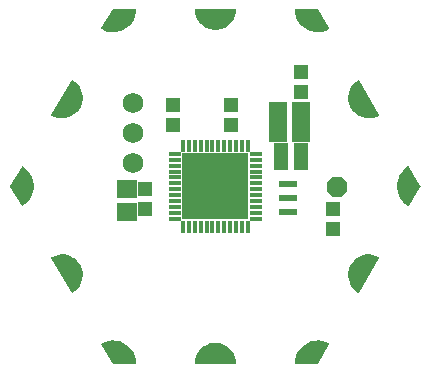
<source format=gbr>
G04 EAGLE Gerber RS-274X export*
G75*
%MOMM*%
%FSLAX34Y34*%
%LPD*%
%INSoldermask Bottom*%
%IPPOS*%
%AMOC8*
5,1,8,0,0,1.08239X$1,22.5*%
G01*
%ADD10R,1.503200X1.703200*%
%ADD11R,1.203200X1.303200*%
%ADD12R,1.703200X1.503200*%
%ADD13R,1.303200X1.203200*%
%ADD14P,1.869504X8X22.500000*%
%ADD15C,1.727200*%
%ADD16C,1.203200*%
%ADD17R,1.016000X0.457200*%
%ADD18R,0.457200X1.016000*%
%ADD19R,5.588000X5.588000*%
%ADD20R,1.603197X0.603200*%

G36*
X839354Y395607D02*
X839354Y395607D01*
X839383Y395604D01*
X839450Y395626D01*
X839520Y395640D01*
X839544Y395657D01*
X839572Y395666D01*
X839625Y395713D01*
X839684Y395753D01*
X839700Y395777D01*
X839722Y395797D01*
X839753Y395861D01*
X839791Y395920D01*
X839796Y395949D01*
X839808Y395975D01*
X839817Y396075D01*
X839824Y396117D01*
X839821Y396127D01*
X839823Y396141D01*
X839591Y398939D01*
X839581Y398973D01*
X839577Y399021D01*
X838888Y401742D01*
X838873Y401774D01*
X838861Y401820D01*
X837733Y404392D01*
X837713Y404420D01*
X837694Y404464D01*
X836158Y406815D01*
X836134Y406839D01*
X836108Y406880D01*
X834206Y408945D01*
X834178Y408966D01*
X834145Y409001D01*
X831930Y410726D01*
X831899Y410741D01*
X831861Y410771D01*
X829391Y412107D01*
X829358Y412117D01*
X829316Y412140D01*
X828130Y412548D01*
X826676Y413047D01*
X826660Y413052D01*
X826626Y413057D01*
X826580Y413072D01*
X823811Y413534D01*
X823776Y413533D01*
X823729Y413541D01*
X820921Y413541D01*
X820887Y413534D01*
X820839Y413534D01*
X818070Y413072D01*
X818037Y413060D01*
X817990Y413052D01*
X815334Y412140D01*
X815304Y412123D01*
X815259Y412107D01*
X812789Y410771D01*
X812763Y410749D01*
X812720Y410726D01*
X810505Y409001D01*
X810482Y408975D01*
X810444Y408945D01*
X808542Y406880D01*
X808524Y406850D01*
X808492Y406815D01*
X806956Y404464D01*
X806943Y404432D01*
X806917Y404392D01*
X805789Y401820D01*
X805782Y401787D01*
X805779Y401780D01*
X805773Y401771D01*
X805772Y401765D01*
X805762Y401742D01*
X805073Y399021D01*
X805071Y398986D01*
X805059Y398939D01*
X804827Y396141D01*
X804831Y396112D01*
X804826Y396083D01*
X804843Y396014D01*
X804851Y395944D01*
X804865Y395918D01*
X804872Y395890D01*
X804914Y395833D01*
X804949Y395771D01*
X804973Y395753D01*
X804990Y395730D01*
X805051Y395694D01*
X805108Y395651D01*
X805136Y395643D01*
X805161Y395628D01*
X805259Y395612D01*
X805300Y395601D01*
X805311Y395603D01*
X805325Y395601D01*
X839325Y395601D01*
X839354Y395607D01*
G37*
G36*
X823763Y678666D02*
X823763Y678666D01*
X823811Y678666D01*
X826580Y679128D01*
X826613Y679140D01*
X826660Y679148D01*
X829316Y680060D01*
X829346Y680077D01*
X829391Y680093D01*
X831861Y681429D01*
X831887Y681451D01*
X831930Y681474D01*
X834145Y683199D01*
X834168Y683225D01*
X834206Y683255D01*
X836108Y685320D01*
X836126Y685350D01*
X836158Y685385D01*
X837694Y687736D01*
X837707Y687768D01*
X837733Y687808D01*
X838861Y690380D01*
X838868Y690413D01*
X838888Y690458D01*
X839577Y693179D01*
X839579Y693214D01*
X839591Y693261D01*
X839823Y696059D01*
X839819Y696088D01*
X839824Y696117D01*
X839808Y696186D01*
X839799Y696256D01*
X839785Y696282D01*
X839778Y696310D01*
X839736Y696367D01*
X839701Y696429D01*
X839677Y696447D01*
X839660Y696470D01*
X839599Y696506D01*
X839542Y696549D01*
X839514Y696557D01*
X839489Y696572D01*
X839391Y696588D01*
X839350Y696599D01*
X839339Y696597D01*
X839325Y696599D01*
X805325Y696599D01*
X805296Y696593D01*
X805267Y696596D01*
X805200Y696574D01*
X805130Y696560D01*
X805106Y696543D01*
X805078Y696534D01*
X805025Y696487D01*
X804966Y696447D01*
X804951Y696423D01*
X804929Y696403D01*
X804897Y696339D01*
X804859Y696280D01*
X804854Y696251D01*
X804842Y696225D01*
X804833Y696125D01*
X804826Y696083D01*
X804829Y696073D01*
X804827Y696059D01*
X805059Y693261D01*
X805069Y693227D01*
X805073Y693179D01*
X805762Y690458D01*
X805777Y690426D01*
X805789Y690380D01*
X806917Y687808D01*
X806937Y687780D01*
X806956Y687736D01*
X808492Y685385D01*
X808516Y685361D01*
X808542Y685320D01*
X810444Y683255D01*
X810472Y683234D01*
X810505Y683199D01*
X812720Y681474D01*
X812751Y681459D01*
X812789Y681429D01*
X815259Y680093D01*
X815292Y680083D01*
X815334Y680060D01*
X817990Y679148D01*
X818024Y679144D01*
X818070Y679128D01*
X820839Y678666D01*
X820874Y678667D01*
X820921Y678659D01*
X823729Y678659D01*
X823763Y678666D01*
G37*
G36*
X700932Y455910D02*
X700932Y455910D01*
X701003Y455907D01*
X701030Y455917D01*
X701059Y455919D01*
X701149Y455961D01*
X701189Y455976D01*
X701197Y455984D01*
X701210Y455990D01*
X703513Y457589D01*
X703537Y457615D01*
X703577Y457642D01*
X705586Y459599D01*
X705605Y459628D01*
X705640Y459661D01*
X707299Y461922D01*
X707314Y461953D01*
X707343Y461992D01*
X708607Y464495D01*
X708616Y464529D01*
X708638Y464572D01*
X709474Y467249D01*
X709477Y467283D01*
X709492Y467329D01*
X709875Y470108D01*
X709873Y470142D01*
X709879Y470190D01*
X709800Y472993D01*
X709792Y473027D01*
X709791Y473075D01*
X709252Y475827D01*
X709238Y475859D01*
X709229Y475907D01*
X708244Y478532D01*
X708229Y478557D01*
X708224Y478577D01*
X708216Y478588D01*
X708209Y478607D01*
X706805Y481035D01*
X706782Y481061D01*
X706758Y481103D01*
X704974Y483266D01*
X704947Y483288D01*
X704916Y483325D01*
X702800Y485166D01*
X702770Y485183D01*
X702734Y485215D01*
X700343Y486682D01*
X700311Y486693D01*
X700270Y486719D01*
X697671Y487772D01*
X697637Y487779D01*
X697592Y487797D01*
X694855Y488408D01*
X694820Y488409D01*
X694773Y488420D01*
X691973Y488572D01*
X691939Y488567D01*
X691891Y488570D01*
X689103Y488260D01*
X689070Y488249D01*
X689022Y488244D01*
X686324Y487479D01*
X686294Y487463D01*
X686247Y487450D01*
X683712Y486251D01*
X683688Y486234D01*
X683661Y486224D01*
X683609Y486175D01*
X683552Y486132D01*
X683538Y486107D01*
X683517Y486087D01*
X683488Y486022D01*
X683452Y485961D01*
X683449Y485932D01*
X683437Y485905D01*
X683436Y485834D01*
X683427Y485763D01*
X683435Y485735D01*
X683435Y485706D01*
X683469Y485613D01*
X683481Y485572D01*
X683488Y485563D01*
X683493Y485550D01*
X700493Y456150D01*
X700512Y456128D01*
X700525Y456102D01*
X700578Y456054D01*
X700625Y456001D01*
X700651Y455989D01*
X700673Y455969D01*
X700740Y455946D01*
X700804Y455916D01*
X700833Y455914D01*
X700861Y455905D01*
X700932Y455910D01*
G37*
G36*
X952711Y603633D02*
X952711Y603633D01*
X952759Y603630D01*
X955547Y603940D01*
X955580Y603951D01*
X955628Y603956D01*
X958326Y604721D01*
X958356Y604737D01*
X958403Y604750D01*
X960938Y605949D01*
X960962Y605966D01*
X960989Y605976D01*
X961041Y606025D01*
X961098Y606068D01*
X961112Y606093D01*
X961134Y606113D01*
X961162Y606178D01*
X961198Y606240D01*
X961201Y606268D01*
X961213Y606295D01*
X961214Y606366D01*
X961223Y606437D01*
X961215Y606465D01*
X961215Y606494D01*
X961181Y606587D01*
X961169Y606628D01*
X961162Y606637D01*
X961157Y606650D01*
X944157Y636050D01*
X944138Y636072D01*
X944125Y636098D01*
X944072Y636146D01*
X944025Y636199D01*
X943999Y636211D01*
X943977Y636231D01*
X943910Y636254D01*
X943846Y636284D01*
X943817Y636286D01*
X943789Y636295D01*
X943718Y636290D01*
X943647Y636293D01*
X943620Y636283D01*
X943591Y636281D01*
X943501Y636239D01*
X943461Y636224D01*
X943453Y636216D01*
X943440Y636210D01*
X941137Y634611D01*
X941113Y634586D01*
X941073Y634558D01*
X939064Y632601D01*
X939045Y632572D01*
X939010Y632539D01*
X937351Y630278D01*
X937336Y630247D01*
X937307Y630208D01*
X936043Y627705D01*
X936034Y627671D01*
X936012Y627628D01*
X935176Y624951D01*
X935173Y624917D01*
X935158Y624871D01*
X934775Y622092D01*
X934777Y622058D01*
X934771Y622010D01*
X934850Y619207D01*
X934858Y619173D01*
X934859Y619125D01*
X935398Y616373D01*
X935412Y616341D01*
X935421Y616293D01*
X936406Y613668D01*
X936424Y613638D01*
X936441Y613593D01*
X937845Y611165D01*
X937868Y611139D01*
X937892Y611098D01*
X939676Y608934D01*
X939703Y608912D01*
X939734Y608875D01*
X941850Y607034D01*
X941880Y607017D01*
X941916Y606986D01*
X944307Y605518D01*
X944339Y605507D01*
X944380Y605481D01*
X946979Y604428D01*
X947013Y604421D01*
X947058Y604403D01*
X949795Y603792D01*
X949830Y603791D01*
X949877Y603780D01*
X952677Y603628D01*
X952711Y603633D01*
G37*
G36*
X943751Y455911D02*
X943751Y455911D01*
X943822Y455910D01*
X943849Y455921D01*
X943878Y455925D01*
X943940Y455959D01*
X944005Y455987D01*
X944026Y456008D01*
X944051Y456022D01*
X944114Y456098D01*
X944144Y456129D01*
X944148Y456139D01*
X944157Y456150D01*
X961157Y485550D01*
X961166Y485578D01*
X961183Y485602D01*
X961198Y485671D01*
X961220Y485739D01*
X961218Y485768D01*
X961224Y485796D01*
X961211Y485866D01*
X961205Y485937D01*
X961192Y485963D01*
X961186Y485991D01*
X961146Y486050D01*
X961114Y486113D01*
X961091Y486132D01*
X961075Y486156D01*
X960993Y486213D01*
X960960Y486240D01*
X960950Y486243D01*
X960938Y486251D01*
X958403Y487450D01*
X958369Y487458D01*
X958326Y487479D01*
X955628Y488244D01*
X955593Y488246D01*
X955547Y488260D01*
X952759Y488570D01*
X952725Y488567D01*
X952677Y488572D01*
X949877Y488420D01*
X949843Y488411D01*
X949795Y488408D01*
X947058Y487797D01*
X947026Y487783D01*
X946979Y487772D01*
X944380Y486719D01*
X944351Y486700D01*
X944307Y486682D01*
X941916Y485215D01*
X941891Y485191D01*
X941850Y485166D01*
X939734Y483325D01*
X939713Y483298D01*
X939676Y483266D01*
X937892Y481103D01*
X937876Y481072D01*
X937845Y481035D01*
X936441Y478607D01*
X936430Y478574D01*
X936423Y478561D01*
X936413Y478547D01*
X936413Y478544D01*
X936406Y478532D01*
X935421Y475907D01*
X935415Y475872D01*
X935398Y475827D01*
X934859Y473075D01*
X934859Y473041D01*
X934850Y472993D01*
X934771Y470190D01*
X934777Y470156D01*
X934775Y470108D01*
X935158Y467329D01*
X935170Y467297D01*
X935176Y467249D01*
X936012Y464572D01*
X936029Y464541D01*
X936043Y464495D01*
X937307Y461992D01*
X937329Y461965D01*
X937351Y461922D01*
X939010Y459661D01*
X939036Y459638D01*
X939064Y459599D01*
X941073Y457642D01*
X941102Y457623D01*
X941137Y457589D01*
X943440Y455990D01*
X943467Y455978D01*
X943490Y455960D01*
X943558Y455939D01*
X943623Y455911D01*
X943652Y455911D01*
X943680Y455903D01*
X943751Y455911D01*
G37*
G36*
X694773Y603780D02*
X694773Y603780D01*
X694807Y603789D01*
X694855Y603792D01*
X697592Y604403D01*
X697624Y604417D01*
X697671Y604428D01*
X700270Y605481D01*
X700299Y605500D01*
X700343Y605518D01*
X702734Y606986D01*
X702759Y607009D01*
X702800Y607034D01*
X704916Y608875D01*
X704937Y608902D01*
X704974Y608934D01*
X706758Y611098D01*
X706774Y611128D01*
X706805Y611165D01*
X708209Y613593D01*
X708220Y613626D01*
X708244Y613668D01*
X709229Y616293D01*
X709235Y616328D01*
X709252Y616373D01*
X709791Y619125D01*
X709791Y619160D01*
X709800Y619207D01*
X709879Y622010D01*
X709874Y622044D01*
X709875Y622092D01*
X709492Y624871D01*
X709480Y624903D01*
X709474Y624951D01*
X708638Y627628D01*
X708621Y627659D01*
X708607Y627705D01*
X707343Y630208D01*
X707321Y630235D01*
X707299Y630278D01*
X705640Y632539D01*
X705614Y632562D01*
X705586Y632601D01*
X703577Y634558D01*
X703548Y634577D01*
X703513Y634611D01*
X701210Y636210D01*
X701183Y636222D01*
X701160Y636240D01*
X701092Y636261D01*
X701027Y636289D01*
X700998Y636289D01*
X700970Y636297D01*
X700899Y636289D01*
X700828Y636290D01*
X700801Y636279D01*
X700772Y636275D01*
X700710Y636241D01*
X700645Y636213D01*
X700624Y636192D01*
X700599Y636178D01*
X700536Y636102D01*
X700506Y636071D01*
X700502Y636061D01*
X700493Y636050D01*
X683493Y606650D01*
X683484Y606622D01*
X683467Y606598D01*
X683452Y606529D01*
X683430Y606461D01*
X683432Y606432D01*
X683426Y606404D01*
X683439Y606334D01*
X683445Y606263D01*
X683458Y606237D01*
X683464Y606209D01*
X683504Y606150D01*
X683536Y606087D01*
X683559Y606068D01*
X683575Y606044D01*
X683657Y605987D01*
X683690Y605960D01*
X683700Y605957D01*
X683712Y605949D01*
X686247Y604750D01*
X686281Y604742D01*
X686324Y604721D01*
X689022Y603956D01*
X689057Y603954D01*
X689103Y603940D01*
X691891Y603630D01*
X691925Y603633D01*
X691973Y603628D01*
X694773Y603780D01*
G37*
G36*
X986052Y529111D02*
X986052Y529111D01*
X986123Y529111D01*
X986150Y529122D01*
X986179Y529125D01*
X986241Y529160D01*
X986306Y529188D01*
X986327Y529208D01*
X986352Y529223D01*
X986415Y529300D01*
X986445Y529330D01*
X986449Y529340D01*
X986458Y529351D01*
X995958Y545851D01*
X995968Y545883D01*
X995977Y545896D01*
X995981Y545920D01*
X995982Y545924D01*
X996013Y545994D01*
X996013Y546018D01*
X996021Y546040D01*
X996015Y546116D01*
X996016Y546193D01*
X996006Y546217D01*
X996005Y546238D01*
X995984Y546277D01*
X995958Y546349D01*
X986458Y562849D01*
X986439Y562871D01*
X986426Y562897D01*
X986373Y562945D01*
X986326Y562998D01*
X986300Y563011D01*
X986279Y563030D01*
X986211Y563053D01*
X986147Y563084D01*
X986118Y563086D01*
X986091Y563095D01*
X986019Y563090D01*
X985948Y563093D01*
X985921Y563083D01*
X985892Y563081D01*
X985802Y563039D01*
X985762Y563024D01*
X985754Y563017D01*
X985741Y563011D01*
X983218Y561269D01*
X983194Y561245D01*
X983156Y561218D01*
X980944Y559094D01*
X980925Y559066D01*
X980891Y559034D01*
X979049Y556583D01*
X979035Y556552D01*
X979006Y556515D01*
X977581Y553800D01*
X977572Y553769D01*
X977556Y553744D01*
X977555Y553736D01*
X977550Y553726D01*
X976579Y550818D01*
X976575Y550784D01*
X976560Y550740D01*
X976068Y547713D01*
X976069Y547679D01*
X976061Y547633D01*
X976061Y544567D01*
X976062Y544563D01*
X976062Y544561D01*
X976068Y544534D01*
X976068Y544487D01*
X976560Y541460D01*
X976572Y541429D01*
X976579Y541382D01*
X977550Y538474D01*
X977567Y538445D01*
X977581Y538400D01*
X979006Y535685D01*
X979028Y535659D01*
X979049Y535617D01*
X980891Y533166D01*
X980916Y533143D01*
X980944Y533106D01*
X983156Y530982D01*
X983184Y530964D01*
X983218Y530931D01*
X985741Y529189D01*
X985768Y529178D01*
X985790Y529159D01*
X985859Y529139D01*
X985924Y529111D01*
X985953Y529111D01*
X985981Y529103D01*
X986052Y529111D01*
G37*
G36*
X658631Y529110D02*
X658631Y529110D01*
X658702Y529107D01*
X658729Y529117D01*
X658758Y529119D01*
X658848Y529161D01*
X658888Y529176D01*
X658896Y529183D01*
X658909Y529189D01*
X661432Y530931D01*
X661456Y530955D01*
X661494Y530982D01*
X663706Y533106D01*
X663725Y533134D01*
X663759Y533166D01*
X665601Y535617D01*
X665615Y535648D01*
X665644Y535685D01*
X667069Y538400D01*
X667078Y538433D01*
X667100Y538474D01*
X668071Y541382D01*
X668075Y541416D01*
X668090Y541460D01*
X668582Y544487D01*
X668581Y544521D01*
X668589Y544567D01*
X668589Y547633D01*
X668582Y547666D01*
X668582Y547713D01*
X668090Y550740D01*
X668078Y550771D01*
X668071Y550818D01*
X667100Y553726D01*
X667087Y553749D01*
X667081Y553774D01*
X667074Y553783D01*
X667069Y553800D01*
X665644Y556515D01*
X665622Y556541D01*
X665601Y556583D01*
X663759Y559034D01*
X663734Y559057D01*
X663706Y559094D01*
X661494Y561218D01*
X661466Y561236D01*
X661432Y561269D01*
X658909Y563011D01*
X658882Y563022D01*
X658860Y563041D01*
X658791Y563061D01*
X658726Y563089D01*
X658697Y563089D01*
X658669Y563097D01*
X658598Y563089D01*
X658527Y563090D01*
X658500Y563078D01*
X658471Y563075D01*
X658409Y563040D01*
X658344Y563012D01*
X658323Y562992D01*
X658298Y562977D01*
X658235Y562900D01*
X658205Y562870D01*
X658201Y562860D01*
X658192Y562849D01*
X648692Y546349D01*
X648668Y546276D01*
X648637Y546206D01*
X648637Y546182D01*
X648629Y546160D01*
X648636Y546084D01*
X648635Y546007D01*
X648644Y545983D01*
X648645Y545962D01*
X648666Y545923D01*
X648685Y545871D01*
X648686Y545865D01*
X648688Y545863D01*
X648692Y545851D01*
X658192Y529351D01*
X658211Y529329D01*
X658224Y529303D01*
X658277Y529255D01*
X658324Y529202D01*
X658350Y529189D01*
X658372Y529170D01*
X658439Y529147D01*
X658503Y529116D01*
X658532Y529115D01*
X658559Y529105D01*
X658631Y529110D01*
G37*
G36*
X909001Y395616D02*
X909001Y395616D01*
X909079Y395625D01*
X909098Y395636D01*
X909120Y395640D01*
X909184Y395684D01*
X909252Y395723D01*
X909268Y395742D01*
X909284Y395753D01*
X909308Y395791D01*
X909358Y395851D01*
X918858Y412351D01*
X918867Y412378D01*
X918883Y412402D01*
X918898Y412472D01*
X918921Y412540D01*
X918918Y412568D01*
X918924Y412596D01*
X918911Y412667D01*
X918905Y412738D01*
X918892Y412763D01*
X918886Y412791D01*
X918846Y412851D01*
X918813Y412914D01*
X918791Y412932D01*
X918775Y412956D01*
X918692Y413014D01*
X918660Y413041D01*
X918649Y413044D01*
X918639Y413051D01*
X915873Y414360D01*
X915840Y414368D01*
X915797Y414388D01*
X912857Y415236D01*
X912823Y415239D01*
X912779Y415252D01*
X909741Y415617D01*
X909707Y415614D01*
X909660Y415620D01*
X906603Y415493D01*
X906570Y415485D01*
X906523Y415484D01*
X903526Y414868D01*
X903495Y414855D01*
X903449Y414846D01*
X900589Y413757D01*
X900561Y413739D01*
X900517Y413723D01*
X897869Y412189D01*
X897843Y412167D01*
X897803Y412144D01*
X895435Y410206D01*
X895413Y410179D01*
X895377Y410150D01*
X893350Y407857D01*
X893334Y407828D01*
X893302Y407793D01*
X891670Y405205D01*
X891658Y405173D01*
X891633Y405134D01*
X890437Y402317D01*
X890430Y402284D01*
X890427Y402277D01*
X890423Y402271D01*
X890422Y402265D01*
X890411Y402241D01*
X889683Y399269D01*
X889681Y399235D01*
X889670Y399190D01*
X889427Y396140D01*
X889431Y396111D01*
X889426Y396083D01*
X889443Y396014D01*
X889451Y395942D01*
X889466Y395918D01*
X889472Y395890D01*
X889515Y395832D01*
X889551Y395770D01*
X889573Y395753D01*
X889590Y395730D01*
X889652Y395693D01*
X889709Y395650D01*
X889737Y395643D01*
X889761Y395628D01*
X889861Y395612D01*
X889902Y395601D01*
X889912Y395603D01*
X889925Y395601D01*
X908925Y395601D01*
X909001Y395616D01*
G37*
G36*
X909694Y676585D02*
X909694Y676585D01*
X909741Y676583D01*
X912779Y676948D01*
X912811Y676959D01*
X912857Y676964D01*
X915797Y677812D01*
X915827Y677828D01*
X915873Y677840D01*
X918639Y679149D01*
X918661Y679166D01*
X918688Y679176D01*
X918740Y679225D01*
X918798Y679268D01*
X918812Y679293D01*
X918833Y679312D01*
X918862Y679378D01*
X918898Y679440D01*
X918901Y679468D01*
X918913Y679494D01*
X918914Y679566D01*
X918923Y679637D01*
X918915Y679664D01*
X918916Y679693D01*
X918880Y679788D01*
X918869Y679828D01*
X918862Y679837D01*
X918858Y679849D01*
X909358Y696349D01*
X909306Y696408D01*
X909260Y696470D01*
X909241Y696481D01*
X909226Y696498D01*
X909156Y696532D01*
X909089Y696572D01*
X909065Y696576D01*
X909047Y696584D01*
X909002Y696586D01*
X908925Y696599D01*
X889925Y696599D01*
X889897Y696594D01*
X889869Y696596D01*
X889801Y696574D01*
X889730Y696560D01*
X889707Y696544D01*
X889680Y696535D01*
X889625Y696488D01*
X889566Y696447D01*
X889551Y696423D01*
X889530Y696405D01*
X889498Y696340D01*
X889459Y696280D01*
X889454Y696252D01*
X889442Y696226D01*
X889433Y696125D01*
X889426Y696083D01*
X889428Y696073D01*
X889427Y696060D01*
X889670Y693010D01*
X889679Y692978D01*
X889683Y692931D01*
X890411Y689959D01*
X890426Y689928D01*
X890437Y689883D01*
X891633Y687066D01*
X891652Y687038D01*
X891670Y686995D01*
X893302Y684407D01*
X893326Y684383D01*
X893350Y684343D01*
X895377Y682050D01*
X895404Y682030D01*
X895435Y681994D01*
X897803Y680056D01*
X897833Y680040D01*
X897869Y680011D01*
X900517Y678478D01*
X900549Y678467D01*
X900589Y678443D01*
X903449Y677355D01*
X903482Y677349D01*
X903526Y677332D01*
X906523Y676716D01*
X906557Y676716D01*
X906603Y676707D01*
X909660Y676580D01*
X909694Y676585D01*
G37*
G36*
X754753Y395606D02*
X754753Y395606D01*
X754781Y395604D01*
X754849Y395626D01*
X754920Y395640D01*
X754943Y395656D01*
X754970Y395665D01*
X755025Y395712D01*
X755084Y395753D01*
X755099Y395777D01*
X755121Y395795D01*
X755152Y395860D01*
X755191Y395920D01*
X755196Y395948D01*
X755208Y395974D01*
X755217Y396075D01*
X755224Y396117D01*
X755222Y396127D01*
X755223Y396140D01*
X754980Y399190D01*
X754971Y399222D01*
X754967Y399269D01*
X754239Y402241D01*
X754224Y402272D01*
X754213Y402317D01*
X753017Y405134D01*
X752998Y405162D01*
X752980Y405205D01*
X751348Y407793D01*
X751324Y407817D01*
X751300Y407857D01*
X749273Y410150D01*
X749246Y410170D01*
X749215Y410206D01*
X746848Y412144D01*
X746817Y412160D01*
X746781Y412189D01*
X744133Y413723D01*
X744101Y413733D01*
X744061Y413757D01*
X741201Y414846D01*
X741168Y414851D01*
X741124Y414868D01*
X738127Y415484D01*
X738093Y415484D01*
X738047Y415493D01*
X734990Y415620D01*
X734956Y415615D01*
X734909Y415617D01*
X731871Y415252D01*
X731839Y415241D01*
X731793Y415236D01*
X728853Y414388D01*
X728823Y414372D01*
X728778Y414360D01*
X726012Y413051D01*
X725989Y413034D01*
X725962Y413024D01*
X725910Y412975D01*
X725852Y412932D01*
X725838Y412907D01*
X725817Y412888D01*
X725788Y412822D01*
X725752Y412760D01*
X725749Y412732D01*
X725737Y412706D01*
X725736Y412634D01*
X725727Y412563D01*
X725735Y412536D01*
X725735Y412507D01*
X725770Y412412D01*
X725781Y412372D01*
X725788Y412363D01*
X725792Y412351D01*
X735292Y395851D01*
X735344Y395793D01*
X735390Y395730D01*
X735409Y395719D01*
X735424Y395702D01*
X735494Y395668D01*
X735561Y395628D01*
X735586Y395624D01*
X735603Y395616D01*
X735648Y395614D01*
X735725Y395601D01*
X754725Y395601D01*
X754753Y395606D01*
G37*
G36*
X738047Y676707D02*
X738047Y676707D01*
X738080Y676715D01*
X738127Y676716D01*
X741124Y677332D01*
X741155Y677345D01*
X741201Y677355D01*
X744061Y678443D01*
X744090Y678461D01*
X744133Y678478D01*
X746781Y680011D01*
X746807Y680033D01*
X746848Y680056D01*
X749215Y681994D01*
X749237Y682021D01*
X749273Y682050D01*
X751300Y684343D01*
X751317Y684372D01*
X751348Y684407D01*
X752980Y686995D01*
X752992Y687027D01*
X753017Y687066D01*
X754213Y689883D01*
X754220Y689916D01*
X754239Y689959D01*
X754967Y692931D01*
X754969Y692965D01*
X754980Y693010D01*
X755223Y696060D01*
X755219Y696089D01*
X755224Y696117D01*
X755207Y696186D01*
X755199Y696258D01*
X755185Y696282D01*
X755178Y696310D01*
X755135Y696368D01*
X755100Y696430D01*
X755077Y696447D01*
X755060Y696470D01*
X754998Y696507D01*
X754941Y696550D01*
X754913Y696557D01*
X754889Y696572D01*
X754789Y696588D01*
X754748Y696599D01*
X754738Y696597D01*
X754725Y696599D01*
X735725Y696599D01*
X735649Y696584D01*
X735571Y696575D01*
X735552Y696564D01*
X735530Y696560D01*
X735466Y696516D01*
X735398Y696477D01*
X735382Y696458D01*
X735366Y696447D01*
X735342Y696409D01*
X735292Y696349D01*
X725792Y679849D01*
X725783Y679822D01*
X725767Y679798D01*
X725752Y679728D01*
X725729Y679660D01*
X725732Y679632D01*
X725726Y679604D01*
X725740Y679534D01*
X725745Y679462D01*
X725758Y679437D01*
X725764Y679409D01*
X725804Y679349D01*
X725837Y679286D01*
X725859Y679268D01*
X725875Y679244D01*
X725958Y679186D01*
X725990Y679159D01*
X726001Y679156D01*
X726012Y679149D01*
X728778Y677840D01*
X728811Y677832D01*
X728853Y677812D01*
X731793Y676964D01*
X731827Y676961D01*
X731871Y676948D01*
X734909Y676583D01*
X734943Y676586D01*
X734990Y676580D01*
X738047Y676707D01*
G37*
D10*
X875531Y591741D03*
X894531Y591741D03*
D11*
X762397Y543884D03*
X762397Y526884D03*
D12*
X747316Y543694D03*
X747316Y524694D03*
D13*
X877722Y577056D03*
X894722Y577056D03*
X877722Y565547D03*
X894722Y565547D03*
D10*
X875531Y609203D03*
X894531Y609203D03*
D11*
X921544Y526819D03*
X921544Y509819D03*
D14*
X925116Y545306D03*
D15*
X752475Y616347D03*
X752475Y590947D03*
X752475Y565547D03*
D16*
X904925Y689200D03*
X987525Y546100D03*
X904925Y403000D03*
X739725Y403000D03*
X657125Y546100D03*
X739725Y689200D03*
X946225Y617600D03*
X946225Y474600D03*
X822325Y403000D03*
X698425Y474600D03*
X698425Y617600D03*
X822325Y689200D03*
D13*
X835422Y598322D03*
X835422Y615322D03*
X894953Y642706D03*
X894953Y625706D03*
X786606Y615322D03*
X786606Y598322D03*
D17*
X856869Y573607D03*
X856869Y568606D03*
X856869Y563604D03*
X856869Y558603D03*
X856869Y553602D03*
X856869Y548601D03*
X856869Y543599D03*
X856869Y538598D03*
X856869Y533597D03*
X856869Y528596D03*
X856869Y523594D03*
X856869Y518593D03*
D18*
X849832Y511556D03*
X844831Y511556D03*
X839829Y511556D03*
X834828Y511556D03*
X829827Y511556D03*
X824826Y511556D03*
X819824Y511556D03*
X814823Y511556D03*
X809822Y511556D03*
X804821Y511556D03*
X799819Y511556D03*
X794818Y511556D03*
D17*
X787781Y518593D03*
X787781Y523594D03*
X787781Y528596D03*
X787781Y533597D03*
X787781Y538598D03*
X787781Y543599D03*
X787781Y548601D03*
X787781Y553602D03*
X787781Y558603D03*
X787781Y563604D03*
X787781Y568606D03*
X787781Y573607D03*
D18*
X794818Y580644D03*
X799819Y580644D03*
X804821Y580644D03*
X809822Y580644D03*
X814823Y580644D03*
X819824Y580644D03*
X824826Y580644D03*
X829827Y580644D03*
X834828Y580644D03*
X839829Y580644D03*
X844831Y580644D03*
X849832Y580644D03*
D19*
X822325Y546100D03*
D20*
X883841Y524178D03*
X883841Y536178D03*
X883841Y548178D03*
M02*

</source>
